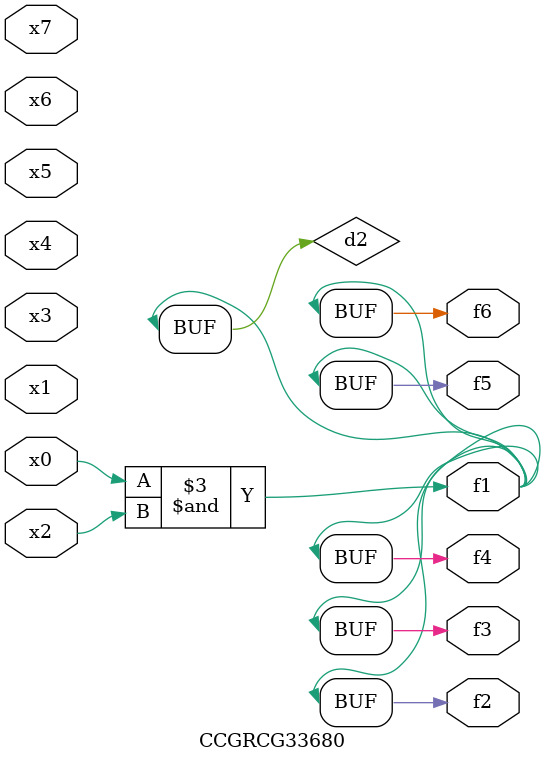
<source format=v>
module CCGRCG33680(
	input x0, x1, x2, x3, x4, x5, x6, x7,
	output f1, f2, f3, f4, f5, f6
);

	wire d1, d2;

	nor (d1, x3, x6);
	and (d2, x0, x2);
	assign f1 = d2;
	assign f2 = d2;
	assign f3 = d2;
	assign f4 = d2;
	assign f5 = d2;
	assign f6 = d2;
endmodule

</source>
